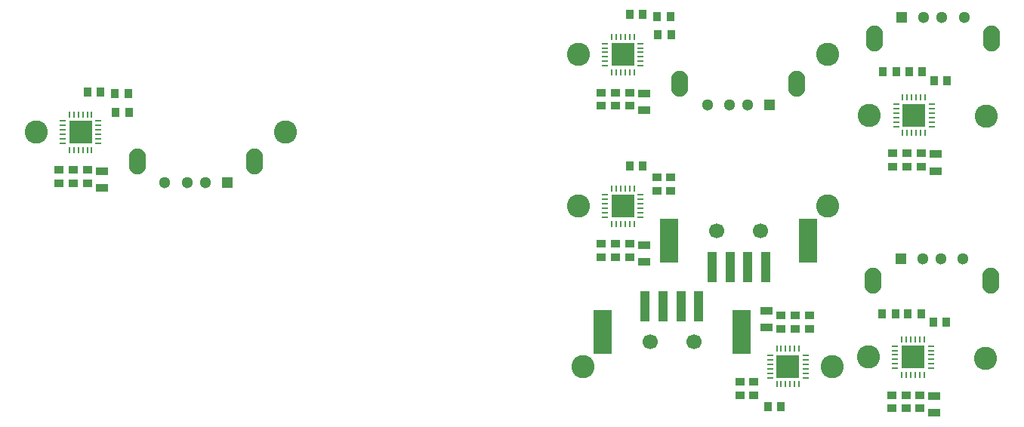
<source format=gts>
G04 #@! TF.GenerationSoftware,KiCad,Pcbnew,5.1.9-73d0e3b20d~88~ubuntu18.04.1*
G04 #@! TF.CreationDate,2021-03-21T23:49:59-07:00*
G04 #@! TF.ProjectId,accelgyro_mpu6050_d2r2_4x4,61636365-6c67-4797-926f-5f6d70753630,rev?*
G04 #@! TF.SameCoordinates,Original*
G04 #@! TF.FileFunction,Soldermask,Top*
G04 #@! TF.FilePolarity,Negative*
%FSLAX46Y46*%
G04 Gerber Fmt 4.6, Leading zero omitted, Abs format (unit mm)*
G04 Created by KiCad (PCBNEW 5.1.9-73d0e3b20d~88~ubuntu18.04.1) date 2021-03-21 23:49:59*
%MOMM*%
%LPD*%
G01*
G04 APERTURE LIST*
%ADD10C,2.600000*%
%ADD11R,1.300000X1.300000*%
%ADD12C,1.300000*%
%ADD13O,1.900000X2.900000*%
%ADD14R,0.899160X1.000760*%
%ADD15R,1.397000X0.889000*%
%ADD16R,1.000760X0.899160*%
%ADD17R,2.499360X2.499360*%
%ADD18O,0.800100X0.248920*%
%ADD19O,0.248920X0.800100*%
%ADD20C,1.700000*%
%ADD21R,1.120000X3.390000*%
%ADD22R,2.000000X5.000000*%
G04 APERTURE END LIST*
D10*
X119025000Y-73900000D03*
D11*
X122650000Y-62900000D03*
D12*
X125150000Y-62900000D03*
X127150000Y-62900000D03*
X129650000Y-62900000D03*
D13*
X119580000Y-65300000D03*
X132720000Y-65300000D03*
D14*
X123473160Y-69000000D03*
X124976840Y-69000000D03*
D15*
X126425000Y-78247500D03*
X126425000Y-80152500D03*
D14*
X127776840Y-70000000D03*
X126273160Y-70000000D03*
D16*
X123225000Y-79651840D03*
X123225000Y-78148160D03*
X124825000Y-79651840D03*
X124825000Y-78148160D03*
X121625000Y-79651840D03*
X121625000Y-78148160D03*
D10*
X132125000Y-74000000D03*
D14*
X120573160Y-69000000D03*
X122076840Y-69000000D03*
D17*
X124025000Y-73900000D03*
D18*
X122026020Y-72650320D03*
X122026020Y-73150700D03*
X122026020Y-73651080D03*
X122026020Y-74148920D03*
X122026020Y-74649300D03*
X122026020Y-75149680D03*
D19*
X122775320Y-75898980D03*
X123275700Y-75898980D03*
X123776080Y-75898980D03*
X124273920Y-75898980D03*
X124774300Y-75898980D03*
X125274680Y-75898980D03*
D18*
X126023980Y-75149680D03*
X126023980Y-74649300D03*
X126023980Y-74148920D03*
X126023980Y-73651080D03*
X126023980Y-73150700D03*
X126023980Y-72650320D03*
D19*
X125274680Y-71901020D03*
X124774300Y-71901020D03*
X124273920Y-71901020D03*
X123776080Y-71901020D03*
X123275700Y-71901020D03*
X122775320Y-71901020D03*
D20*
X106800000Y-86900000D03*
D21*
X103400000Y-90900000D03*
X105400000Y-90900000D03*
X107400000Y-90900000D03*
X101400000Y-90900000D03*
D20*
X101900000Y-86900000D03*
D22*
X112200000Y-88000000D03*
X96600000Y-88000000D03*
D10*
X86400000Y-84100000D03*
X114400000Y-84100000D03*
D16*
X90600000Y-88348160D03*
X90600000Y-89851840D03*
D14*
X92148160Y-79600000D03*
X93651840Y-79600000D03*
D16*
X89000000Y-88348160D03*
X89000000Y-89851840D03*
X95212000Y-82387840D03*
X95212000Y-80884160D03*
D15*
X93800000Y-90352500D03*
X93800000Y-88447500D03*
D16*
X92200000Y-88348160D03*
X92200000Y-89851840D03*
D19*
X90150320Y-82101020D03*
X90650700Y-82101020D03*
X91151080Y-82101020D03*
X91648920Y-82101020D03*
X92149300Y-82101020D03*
X92649680Y-82101020D03*
D18*
X93398980Y-82850320D03*
X93398980Y-83350700D03*
X93398980Y-83851080D03*
X93398980Y-84348920D03*
X93398980Y-84849300D03*
X93398980Y-85349680D03*
D19*
X92649680Y-86098980D03*
X92149300Y-86098980D03*
X91648920Y-86098980D03*
X91151080Y-86098980D03*
X90650700Y-86098980D03*
X90150320Y-86098980D03*
D18*
X89401020Y-85349680D03*
X89401020Y-84849300D03*
X89401020Y-84348920D03*
X89401020Y-83851080D03*
X89401020Y-83350700D03*
X89401020Y-82850320D03*
D17*
X91400000Y-84100000D03*
D16*
X96736000Y-80884160D03*
X96736000Y-82387840D03*
D17*
X30600000Y-75800000D03*
D18*
X28601020Y-74550320D03*
X28601020Y-75050700D03*
X28601020Y-75551080D03*
X28601020Y-76048920D03*
X28601020Y-76549300D03*
X28601020Y-77049680D03*
D19*
X29350320Y-77798980D03*
X29850700Y-77798980D03*
X30351080Y-77798980D03*
X30848920Y-77798980D03*
X31349300Y-77798980D03*
X31849680Y-77798980D03*
D18*
X32598980Y-77049680D03*
X32598980Y-76549300D03*
X32598980Y-76048920D03*
X32598980Y-75551080D03*
X32598980Y-75050700D03*
X32598980Y-74550320D03*
D19*
X31849680Y-73801020D03*
X31349300Y-73801020D03*
X30848920Y-73801020D03*
X30351080Y-73801020D03*
X29850700Y-73801020D03*
X29350320Y-73801020D03*
D16*
X29800000Y-81551840D03*
X29800000Y-80048160D03*
X28200000Y-81551840D03*
X28200000Y-80048160D03*
D15*
X33000000Y-80147500D03*
X33000000Y-82052500D03*
D10*
X53600000Y-75800000D03*
D14*
X35951840Y-71500000D03*
X34448160Y-71500000D03*
D11*
X47056000Y-81448000D03*
D12*
X44556000Y-81448000D03*
X42556000Y-81448000D03*
X40056000Y-81448000D03*
D13*
X50126000Y-79048000D03*
X36986000Y-79048000D03*
D10*
X25600000Y-75800000D03*
D14*
X32851840Y-71300000D03*
X31348160Y-71300000D03*
D16*
X31400000Y-81551840D03*
X31400000Y-80048160D03*
D14*
X34548160Y-73600000D03*
X36051840Y-73600000D03*
D16*
X92200000Y-71348160D03*
X92200000Y-72851840D03*
D19*
X90150320Y-65101020D03*
X90650700Y-65101020D03*
X91151080Y-65101020D03*
X91648920Y-65101020D03*
X92149300Y-65101020D03*
X92649680Y-65101020D03*
D18*
X93398980Y-65850320D03*
X93398980Y-66350700D03*
X93398980Y-66851080D03*
X93398980Y-67348920D03*
X93398980Y-67849300D03*
X93398980Y-68349680D03*
D19*
X92649680Y-69098980D03*
X92149300Y-69098980D03*
X91648920Y-69098980D03*
X91151080Y-69098980D03*
X90650700Y-69098980D03*
X90150320Y-69098980D03*
D18*
X89401020Y-68349680D03*
X89401020Y-67849300D03*
X89401020Y-67348920D03*
X89401020Y-66851080D03*
X89401020Y-66350700D03*
X89401020Y-65850320D03*
D17*
X91400000Y-67100000D03*
D10*
X114400000Y-67100000D03*
D16*
X90600000Y-71348160D03*
X90600000Y-72851840D03*
D14*
X95248160Y-62800000D03*
X96751840Y-62800000D03*
D16*
X89000000Y-71348160D03*
X89000000Y-72851840D03*
D15*
X93800000Y-73352500D03*
X93800000Y-71447500D03*
D13*
X97786000Y-70348000D03*
X110926000Y-70348000D03*
D12*
X100856000Y-72748000D03*
X103356000Y-72748000D03*
X105356000Y-72748000D03*
D11*
X107856000Y-72748000D03*
D10*
X86400000Y-67100000D03*
D14*
X96851840Y-64900000D03*
X95348160Y-64900000D03*
X92148160Y-62600000D03*
X93651840Y-62600000D03*
D10*
X114900000Y-102100000D03*
X86900000Y-102100000D03*
D16*
X112300000Y-96348160D03*
X112300000Y-97851840D03*
D14*
X107648160Y-106600000D03*
X109151840Y-106600000D03*
D16*
X110700000Y-96348160D03*
X110700000Y-97851840D03*
X109100000Y-96348160D03*
X109100000Y-97851840D03*
D17*
X109900000Y-102100000D03*
D18*
X111898980Y-103349680D03*
X111898980Y-102849300D03*
X111898980Y-102348920D03*
X111898980Y-101851080D03*
X111898980Y-101350700D03*
X111898980Y-100850320D03*
D19*
X111149680Y-100101020D03*
X110649300Y-100101020D03*
X110148920Y-100101020D03*
X109651080Y-100101020D03*
X109150700Y-100101020D03*
X108650320Y-100101020D03*
D18*
X107901020Y-100850320D03*
X107901020Y-101350700D03*
X107901020Y-101851080D03*
X107901020Y-102348920D03*
X107901020Y-102849300D03*
X107901020Y-103349680D03*
D19*
X108650320Y-104098980D03*
X109150700Y-104098980D03*
X109651080Y-104098980D03*
X110148920Y-104098980D03*
X110649300Y-104098980D03*
X111149680Y-104098980D03*
D15*
X107500000Y-97752500D03*
X107500000Y-95847500D03*
D22*
X104700000Y-98200000D03*
X89100000Y-98200000D03*
D20*
X99400000Y-99300000D03*
D21*
X99900000Y-95300000D03*
X93900000Y-95300000D03*
X95900000Y-95300000D03*
X97900000Y-95300000D03*
D20*
X94500000Y-99300000D03*
D16*
X106088000Y-105315840D03*
X106088000Y-103812160D03*
X104564000Y-103812160D03*
X104564000Y-105315840D03*
X124725000Y-105298160D03*
X124725000Y-106801840D03*
D19*
X122675320Y-99051020D03*
X123175700Y-99051020D03*
X123676080Y-99051020D03*
X124173920Y-99051020D03*
X124674300Y-99051020D03*
X125174680Y-99051020D03*
D18*
X125923980Y-99800320D03*
X125923980Y-100300700D03*
X125923980Y-100801080D03*
X125923980Y-101298920D03*
X125923980Y-101799300D03*
X125923980Y-102299680D03*
D19*
X125174680Y-103048980D03*
X124674300Y-103048980D03*
X124173920Y-103048980D03*
X123676080Y-103048980D03*
X123175700Y-103048980D03*
X122675320Y-103048980D03*
D18*
X121926020Y-102299680D03*
X121926020Y-101799300D03*
X121926020Y-101298920D03*
X121926020Y-100801080D03*
X121926020Y-100300700D03*
X121926020Y-99800320D03*
D17*
X123925000Y-101050000D03*
D10*
X132025000Y-101150000D03*
D16*
X123125000Y-105298160D03*
X123125000Y-106801840D03*
D14*
X121976840Y-96150000D03*
X120473160Y-96150000D03*
D16*
X121525000Y-105298160D03*
X121525000Y-106801840D03*
D15*
X126325000Y-107302500D03*
X126325000Y-105397500D03*
D13*
X132620000Y-92450000D03*
X119480000Y-92450000D03*
D12*
X129550000Y-90050000D03*
X127050000Y-90050000D03*
X125050000Y-90050000D03*
D11*
X122550000Y-90050000D03*
D10*
X118925000Y-101050000D03*
D14*
X124876840Y-96150000D03*
X123373160Y-96150000D03*
X126173160Y-97150000D03*
X127676840Y-97150000D03*
M02*

</source>
